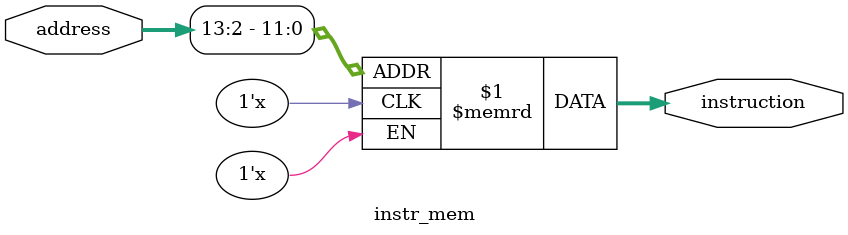
<source format=sv>
module instr_mem(
    input logic [31:0] address,
    output logic [31:0] instruction    
);
logic [31:0] instruction_memory [0:4095];

//initial begin
	//$readmemh("D:/CA/Lab/Test/build/main.txt", instruction_memory);
	//end
assign instruction = instruction_memory[address[13:2]];

endmodule
</source>
